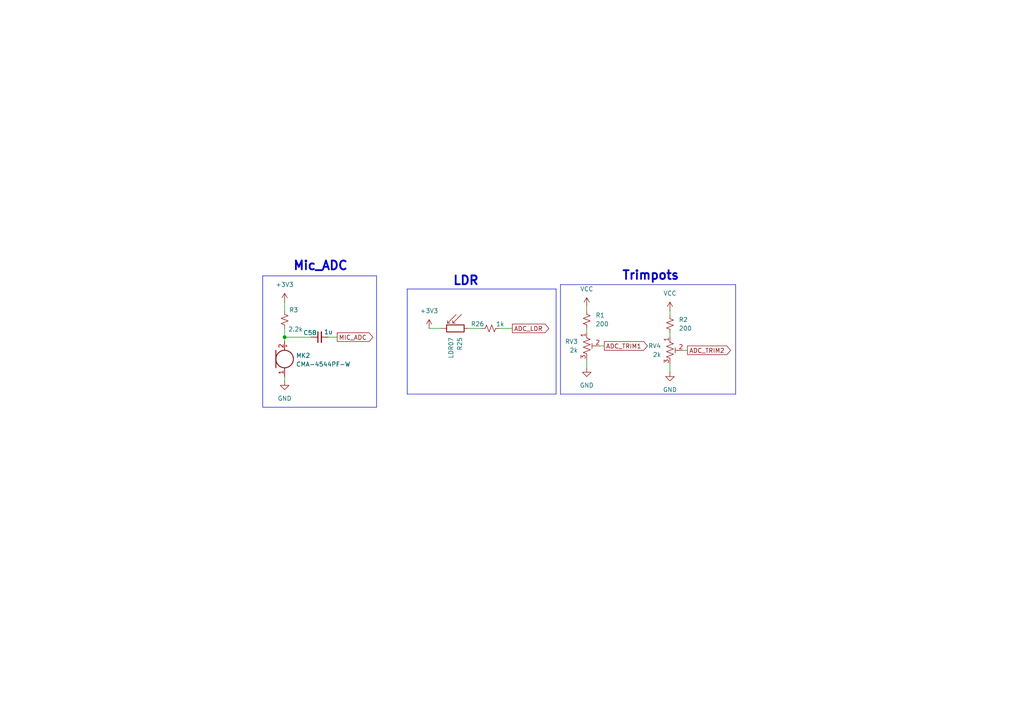
<source format=kicad_sch>
(kicad_sch (version 20250114) (generator "eeschema") (generator_version "9.0")
  (paper "A4")
  (lib_symbols
    (symbol "Device:C_Small" (pin_numbers (hide yes)) (pin_names (offset 0.254) (hide yes))
      (property "Reference" "C" (at 0.254 1.778 0))
      (property "Value" "C_Small" (at 0.254 -2.032 0))
      (symbol "C_Small_0_1"
        (polyline (pts (xy -1.524 0.508) (xy 1.524 0.508)) (stroke (width 0.3048)))
        (polyline (pts (xy -1.524 -0.508) (xy 1.524 -0.508)) (stroke (width 0.3302)))
      )
      (symbol "C_Small_1_1"
        (pin passive line (at 0 2.54 270) (length 2.032) (name "~") (number "1"))
        (pin passive line (at 0 -2.54 90) (length 2.032) (name "~") (number "2"))
      )
    )
    (symbol "Device:Microphone" (pin_names (offset 0.0254) (hide yes))
      (property "Reference" "MK" (at -3.81 1.27 0))
      (property "Value" "Microphone" (at -3.81 -0.635 0))
      (symbol "Microphone_0_1"
        (polyline (pts (xy -2.54 2.54) (xy -2.54 -2.54)) (stroke (width 0.254)))
        (circle (center 0 0) (radius 2.54) (stroke (width 0.254)))
        (polyline (pts (xy 0.254 3.81) (xy 0.762 3.81)))
        (polyline (pts (xy 0.508 4.064) (xy 0.508 3.556)))
      )
      (symbol "Microphone_1_1"
        (pin passive line (at 0 5.08 270) (length 2.54) (name "+") (number "2"))
        (pin passive line (at 0 -5.08 90) (length 2.54) (name "-") (number "1"))
      )
    )
    (symbol "Device:R_Potentiometer_Trim_US" (pin_names (offset 1.016) (hide yes))
      (property "Reference" "RV" (at -4.445 0 90))
      (property "Value" "R_Potentiometer_Trim_US" (at -2.54 0 90))
      (symbol "R_Potentiometer_Trim_US_0_1"
        (polyline (pts (xy 0 2.286) (xy 0 2.54)))
        (polyline (pts (xy 0 2.286) (xy 1.016 1.905) (xy 0 1.524) (xy -1.016 1.143) (xy 0 0.762)))
        (polyline (pts (xy 0 0.762) (xy 1.016 0.381) (xy 0 0) (xy -1.016 -0.381) (xy 0 -0.762)))
        (polyline (pts (xy 0 -0.762) (xy 1.016 -1.143) (xy 0 -1.524) (xy -1.016 -1.905) (xy 0 -2.286)))
        (polyline (pts (xy 0 -2.286) (xy 0 -2.54)))
        (polyline (pts (xy 1.524 0.762) (xy 1.524 -0.762)))
        (polyline (pts (xy 2.54 0) (xy 1.524 0)))
      )
      (symbol "R_Potentiometer_Trim_US_1_1"
        (pin passive line (at 0 3.81 270) (length 1.27) (name "1") (number "1"))
        (pin passive line (at 0 -3.81 90) (length 1.27) (name "3") (number "3"))
        (pin passive line (at 3.81 0 180) (length 1.27) (name "2") (number "2"))
      )
    )
    (symbol "Device:R_Small_US" (pin_numbers (hide yes)) (pin_names (offset 0.254) (hide yes))
      (property "Reference" "R" (at 0.762 0.508 0))
      (property "Value" "R_Small_US" (at 0.762 -1.016 0))
      (symbol "R_Small_US_1_1"
        (polyline (pts (xy 0 1.524) (xy 1.016 1.143) (xy 0 0.762) (xy -1.016 0.381) (xy 0 0)))
        (polyline (pts (xy 0 0) (xy 1.016 -0.381) (xy 0 -0.762) (xy -1.016 -1.143) (xy 0 -1.524)))
        (pin passive line (at 0 2.54 270) (length 1.016) (name "~") (number "1"))
        (pin passive line (at 0 -2.54 90) (length 1.016) (name "~") (number "2"))
      )
    )
    (symbol "Sensor_Optical:LDR07" (pin_numbers (hide yes)) (pin_names (offset 0))
      (property "Reference" "R" (at -5.08 0 90))
      (property "Value" "LDR07" (at 1.905 0 90))
      (symbol "LDR07_0_1"
        (polyline (pts (xy -1.524 -0.762) (xy -4.064 1.778)))
        (polyline (pts (xy -1.524 -0.762) (xy -2.286 -0.762)))
        (polyline (pts (xy -1.524 -0.762) (xy -1.524 0)))
        (polyline (pts (xy -1.524 -2.286) (xy -4.064 0.254)))
        (polyline (pts (xy -1.524 -2.286) (xy -2.286 -2.286)))
        (polyline (pts (xy -1.524 -2.286) (xy -1.524 -1.524)))
        (rectangle (start -1.016 2.54) (end 1.016 -2.54) (stroke (width 0.254)))
      )
      (symbol "LDR07_1_1"
        (pin passive line (at 0 3.81 270) (length 1.27) (name "~") (number "1"))
        (pin passive line (at 0 -3.81 90) (length 1.27) (name "~") (number "2"))
      )
    )
    (symbol "power:+3V3" (power) (pin_numbers (hide yes)) (pin_names (offset 0) (hide yes))
      (property "Value" "+3V3" (at 0 3.556 0))
      (symbol "+3V3_0_1"
        (polyline (pts (xy -0.762 1.27) (xy 0 2.54)))
        (polyline (pts (xy 0 2.54) (xy 0.762 1.27)))
        (polyline (pts (xy 0 0) (xy 0 2.54)))
      )
      (symbol "+3V3_1_1"
        (pin power_in line (at 0 0 90) (length 0) (name "~") (number "1"))
      )
    )
    (symbol "power:GND" (power) (pin_numbers (hide yes)) (pin_names (offset 0) (hide yes))
      (property "Value" "GND" (at 0 -3.81 0))
      (symbol "GND_0_1"
        (polyline (pts (xy 0 0) (xy 0 -1.27) (xy 1.27 -1.27) (xy 0 -2.54) (xy -1.27 -1.27) (xy 0 -1.27)))
      )
      (symbol "GND_1_1"
        (pin power_in line (at 0 0 270) (length 0) (name "~") (number "1"))
      )
    )
    (symbol "power:VCC" (power) (pin_numbers (hide yes)) (pin_names (offset 0) (hide yes))
      (property "Value" "VCC" (at 0 3.556 0))
      (symbol "VCC_0_1"
        (polyline (pts (xy -0.762 1.27) (xy 0 2.54)))
        (polyline (pts (xy 0 2.54) (xy 0.762 1.27)))
        (polyline (pts (xy 0 0) (xy 0 2.54)))
      )
      (symbol "VCC_1_1"
        (pin power_in line (at 0 0 90) (length 0) (name "~") (number "1"))
      )
    )
  )
  (text "Mic_ADC" (at 92.964 77.216 0) (effects (font (size 2.54 2.54) (thickness 0.508) (bold yes))))
  (text "Trimpots" (at 188.722 80.01 0) (effects (font (size 2.54 2.54) (thickness 0.508) (bold yes))))
  (text "LDR\n" (at 135.128 81.534 0) (effects (font (size 2.54 2.54) (thickness 0.508) (bold yes))))
  (junction (at 82.55 97.79))
  (polyline (pts (xy 118.11 83.82) (xy 161.29 83.82)))
  (wire (pts (xy 173.99 100.33) (xy 175.26 100.33)))
  (wire (pts (xy 82.55 95.25) (xy 82.55 97.79)))
  (polyline (pts (xy 213.36 114.3) (xy 162.56 114.3)))
  (wire (pts (xy 82.55 97.79) (xy 82.55 99.06)))
  (polyline (pts (xy 161.29 114.3) (xy 161.29 83.82)))
  (polyline (pts (xy 118.11 114.3) (xy 161.29 114.3)))
  (wire (pts (xy 170.18 95.25) (xy 170.18 96.52)))
  (polyline (pts (xy 109.22 80.01) (xy 109.22 118.11)))
  (polyline (pts (xy 162.56 82.55) (xy 166.37 82.55)))
  (polyline (pts (xy 76.2 80.01) (xy 76.2 118.11)))
  (wire (pts (xy 198.12 101.6) (xy 199.39 101.6)))
  (wire (pts (xy 139.7 95.25) (xy 135.89 95.25)))
  (wire (pts (xy 194.31 90.17) (xy 194.31 91.44)))
  (wire (pts (xy 95.25 97.79) (xy 97.79 97.79)))
  (polyline (pts (xy 166.37 82.55) (xy 213.36 82.55)))
  (wire (pts (xy 124.46 95.25) (xy 128.27 95.25)))
  (polyline (pts (xy 76.2 80.01) (xy 109.22 80.01)))
  (polyline (pts (xy 213.36 82.55) (xy 213.36 114.3)))
  (wire (pts (xy 82.55 97.79) (xy 90.17 97.79)))
  (wire (pts (xy 82.55 109.22) (xy 82.55 110.49)))
  (wire (pts (xy 82.55 87.63) (xy 82.55 90.17)))
  (polyline (pts (xy 109.22 118.11) (xy 76.2 118.11)))
  (wire (pts (xy 170.18 104.14) (xy 170.18 106.68)))
  (polyline (pts (xy 118.11 83.82) (xy 118.11 114.3)))
  (polyline (pts (xy 162.56 114.3) (xy 162.56 82.55)))
  (wire (pts (xy 194.31 105.41) (xy 194.31 107.95)))
  (wire (pts (xy 144.78 95.25) (xy 148.59 95.25)))
  (wire (pts (xy 170.18 88.9) (xy 170.18 90.17)))
  (wire (pts (xy 194.31 96.52) (xy 194.31 97.79)))
  (global_label "ADC_TRIM2" (shape output) (at 199.39 101.6 0) (property "Intersheetrefs" "${INTERSHEET_REFS}" (effects (hide yes))))
  (global_label "ADC_TRIM1" (shape output) (at 175.26 100.33 0) (property "Intersheetrefs" "${INTERSHEET_REFS}" (effects (hide yes))))
  (global_label "MIC_ADC" (shape output) (at 97.79 97.79 0) (property "Intersheetrefs" "${INTERSHEET_REFS}" (effects (hide yes))))
  (global_label "ADC_LDR" (shape output) (at 148.59 95.25 0) (property "Intersheetrefs" "${INTERSHEET_REFS}" (effects (hide yes))))
  (symbol (lib_id "Device:R_Small_US") (at 82.55 92.71 0) (unit 1)
    (property "Reference" "R3" (at 83.82 89.916 0) (effects (justify left)))
    (property "Value" "2.2k" (at 83.566 95.504 0) (effects (justify left)))
    (property "Footprint" "Resistor_SMD:R_0402_1005Metric" (effects (hide yes)))
    (property "Datasheet" "https://www.digikey.com.br/pt/products/detail/panasonic-electronic-components/ERA-2AEB222X/1706013" (effects (hide yes)))
    (property "Description" "Resistor, small US symbol" (effects (hide yes)))
  )
  (symbol (lib_id "Device:R_Potentiometer_Trim_US") (at 194.31 101.6 0) (unit 1)
    (property "Reference" "RV4" (at 191.77 100.3299 0) (effects (justify right)))
    (property "Value" "2k" (at 191.77 102.8699 0) (effects (justify right)))
    (property "Footprint" "Potentiometer_SMD:Potentiometer_Bourns_TC33X_Vertical" (effects (hide yes)))
    (property "Datasheet" "https://www.digikey.com.br/pt/products/detail/bourns-inc/TC33X-2-202E/612860" (effects (hide yes)))
    (property "Description" "Trim-potentiometer, US symbol" (effects (hide yes)))
  )
  (symbol (lib_id "Sensor_Optical:LDR07") (at 132.08 95.25 270) (unit 1)
    (property "Reference" "R25" (at 133.3501 97.79 0) (effects (justify left)))
    (property "Value" "LDR07" (at 130.8101 97.79 0) (effects (justify left)))
    (property "Footprint" "OptoDevice:R_LDR_5.1x4.3mm_P3.4mm_Vertical" (effects (hide yes)))
    (property "Datasheet" "https://www.digikey.com.br/pt/products/detail/advanced-photonix/pdv-p8103/480610" (effects (hide yes)))
    (property "Description" "light dependent resistor" (effects (hide yes)))
  )
  (symbol (lib_id "power:VCC") (at 170.18 88.9 0) (unit 1)
    (property "Reference" "#PWR01" (effects (hide yes)))
    (property "Value" "VCC" (at 170.18 83.82 0))
    (property "Description" "Power symbol creates a global label with name \"VCC\"" (effects (hide yes)))
  )
  (symbol (lib_id "power:+3V3") (at 124.46 95.25 0) (unit 1)
    (property "Reference" "#PWR056" (effects (hide yes)))
    (property "Value" "+3V3" (at 124.46 90.17 0))
    (property "Description" "Power symbol creates a global label with name \"+3V3\"" (effects (hide yes)))
  )
  (symbol (lib_id "power:VCC") (at 194.31 90.17 0) (unit 1)
    (property "Reference" "#PWR03" (effects (hide yes)))
    (property "Value" "VCC" (at 194.31 85.09 0))
    (property "Description" "Power symbol creates a global label with name \"VCC\"" (effects (hide yes)))
  )
  (symbol (lib_id "Device:R_Potentiometer_Trim_US") (at 170.18 100.33 0) (unit 1)
    (property "Reference" "RV3" (at 167.64 99.0599 0) (effects (justify right)))
    (property "Value" "2k" (at 167.64 101.5999 0) (effects (justify right)))
    (property "Footprint" "Potentiometer_SMD:Potentiometer_Bourns_TC33X_Vertical" (effects (hide yes)))
    (property "Datasheet" "https://www.digikey.com.br/pt/products/detail/bourns-inc/TC33X-2-202E/612860" (effects (hide yes)))
    (property "Description" "Trim-potentiometer, US symbol" (effects (hide yes)))
  )
  (symbol (lib_id "Device:R_Small_US") (at 194.31 93.98 0) (unit 1)
    (property "Reference" "R2" (at 196.85 92.7099 0) (effects (justify left)))
    (property "Value" "200" (at 196.85 95.2499 0) (effects (justify left)))
    (property "Footprint" "Resistor_SMD:R_0402_1005Metric" (effects (hide yes)))
    (property "Description" "Resistor, small US symbol" (effects (hide yes)))
  )
  (symbol (lib_id "power:GND") (at 170.18 106.68 0) (unit 1)
    (property "Reference" "#PWR02" (effects (hide yes)))
    (property "Value" "GND" (at 170.18 111.76 0))
    (property "Description" "Power symbol creates a global label with name \"GND\" , ground" (effects (hide yes)))
  )
  (symbol (lib_id "Device:C_Small") (at 92.71 97.79 90) (unit 1)
    (property "Reference" "C58" (at 89.916 96.52 90))
    (property "Value" "1u" (at 95.25 96.266 90))
    (property "Footprint" "Capacitor_SMD:C_0402_1005Metric" (effects (hide yes)))
    (property "Datasheet" "https://www.digikey.com.br/en/products/detail/taiyo-yuden/EMK105BJ105KV-F/2230262" (effects (hide yes)))
    (property "Description" "Unpolarized capacitor, small symbol" (effects (hide yes)))
  )
  (symbol (lib_id "power:GND") (at 82.55 110.49 0) (unit 1)
    (property "Reference" "#PWR06" (effects (hide yes)))
    (property "Value" "GND" (at 82.55 115.57 0))
    (property "Description" "Power symbol creates a global label with name \"GND\" , ground" (effects (hide yes)))
  )
  (symbol (lib_id "power:GND") (at 194.31 107.95 0) (unit 1)
    (property "Reference" "#PWR04" (effects (hide yes)))
    (property "Value" "GND" (at 194.31 113.03 0))
    (property "Description" "Power symbol creates a global label with name \"GND\" , ground" (effects (hide yes)))
  )
  (symbol (lib_id "power:+3V3") (at 82.55 87.63 0) (unit 1)
    (property "Reference" "#PWR05" (effects (hide yes)))
    (property "Value" "+3V3" (at 82.55 82.55 0))
    (property "Description" "Power symbol creates a global label with name \"+3V3\"" (effects (hide yes)))
  )
  (symbol (lib_id "Device:R_Small_US") (at 142.24 95.25 270) (unit 1)
    (property "Reference" "R26" (at 140.462 93.98 90) (effects (justify right)))
    (property "Value" "1k" (at 146.304 93.98 90) (effects (justify right)))
    (property "Footprint" "Resistor_SMD:R_0402_1005Metric" (effects (hide yes)))
    (property "Datasheet" "https://www.digikey.com.br/pt/products/detail/walsin-technology-corporation/WR04X1001FTL/13240628" (effects (hide yes)))
    (property "Description" "Resistor, small US symbol" (effects (hide yes)))
  )
  (symbol (lib_id "Device:Microphone") (at 82.55 104.14 0) (unit 1)
    (property "Reference" "MK2" (at 85.852 103.124 0) (effects (justify left)))
    (property "Value" "CMA-4544PF-W" (at 85.852 105.664 0) (effects (justify left)))
    (property "Footprint" "componentes_personalizados:MIC_CMA-4544PF-W" (effects (hide yes)))
    (property "Datasheet" "https://www.digikey.com.br/en/products/detail/same-sky-formerly-cui-devices/CMA-4544PF-W/1869981?s=N4IgTCBcDaIMIFkCCBaALAVjWgCgMRQHUQBdAXyA" (effects (hide yes)))
    (property "Description" "Microphone" (effects (hide yes)))
  )
  (symbol (lib_id "Device:R_Small_US") (at 170.18 92.71 0) (unit 1)
    (property "Reference" "R1" (at 172.72 91.4399 0) (effects (justify left)))
    (property "Value" "200" (at 172.72 93.9799 0) (effects (justify left)))
    (property "Footprint" "Resistor_SMD:R_0402_1005Metric" (effects (hide yes)))
    (property "Description" "Resistor, small US symbol" (effects (hide yes)))
  )
)
</source>
